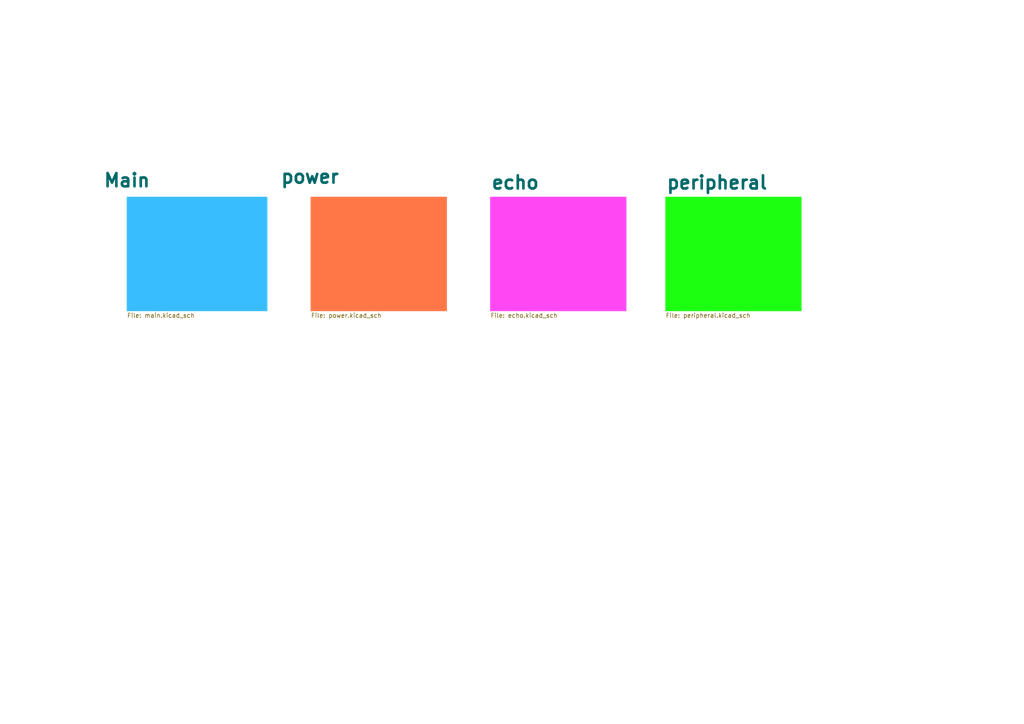
<source format=kicad_sch>
(kicad_sch
	(version 20250114)
	(generator "eeschema")
	(generator_version "9.0")
	(uuid "96957c16-d638-43df-9870-caf73854fdd7")
	(paper "A4")
	(title_block
		(title "EchoX ")
		(rev "0.1")
		(company "Dinh Quang Son")
	)
	(lib_symbols)
	(sheet
		(at 193.04 57.15)
		(size 39.37 33.02)
		(exclude_from_sim no)
		(in_bom yes)
		(on_board yes)
		(dnp no)
		(fields_autoplaced yes)
		(stroke
			(width 0.1524)
			(type solid)
			(color 27 255 17 1)
		)
		(fill
			(color 27 255 17 1.0000)
		)
		(uuid "414f823e-3593-4905-9fc9-161f67d14a8e")
		(property "Sheetname" "peripheral"
			(at 193.04 55.1684 0)
			(effects
				(font
					(size 3.81 3.81)
					(thickness 0.762)
					(bold yes)
				)
				(justify left bottom)
			)
		)
		(property "Sheetfile" "peripheral.kicad_sch"
			(at 193.04 90.7546 0)
			(effects
				(font
					(size 1.27 1.27)
				)
				(justify left top)
			)
		)
		(instances
			(project "EchoX"
				(path "/96957c16-d638-43df-9870-caf73854fdd7"
					(page "5")
				)
			)
		)
	)
	(sheet
		(at 142.24 57.15)
		(size 39.37 33.02)
		(exclude_from_sim no)
		(in_bom yes)
		(on_board yes)
		(dnp no)
		(fields_autoplaced yes)
		(stroke
			(width 0.1524)
			(type solid)
			(color 255 71 244 1)
		)
		(fill
			(color 255 71 244 1.0000)
		)
		(uuid "439e7048-1cec-405d-acfc-9b704bb69744")
		(property "Sheetname" "echo"
			(at 142.24 55.1684 0)
			(effects
				(font
					(size 3.81 3.81)
					(thickness 0.762)
					(bold yes)
				)
				(justify left bottom)
			)
		)
		(property "Sheetfile" "echo.kicad_sch"
			(at 142.24 90.7546 0)
			(effects
				(font
					(size 1.27 1.27)
				)
				(justify left top)
			)
		)
		(instances
			(project "EchoX"
				(path "/96957c16-d638-43df-9870-caf73854fdd7"
					(page "4")
				)
			)
		)
	)
	(sheet
		(at 90.17 57.15)
		(size 39.37 33.02)
		(exclude_from_sim no)
		(in_bom yes)
		(on_board yes)
		(dnp no)
		(stroke
			(width 0.1524)
			(type solid)
			(color 255 118 71 1)
		)
		(fill
			(color 255 118 71 1.0000)
		)
		(uuid "85efc3eb-178c-4e69-b35a-4e8cddc4ca51")
		(property "Sheetname" "power"
			(at 89.916 49.022 0)
			(effects
				(font
					(size 3.81 3.81)
					(thickness 0.762)
					(bold yes)
				)
				(justify top)
			)
		)
		(property "Sheetfile" "power.kicad_sch"
			(at 90.17 90.7546 0)
			(effects
				(font
					(size 1.27 1.27)
				)
				(justify left top)
			)
		)
		(instances
			(project "EchoX"
				(path "/96957c16-d638-43df-9870-caf73854fdd7"
					(page "3")
				)
			)
		)
	)
	(sheet
		(at 36.83 57.15)
		(size 40.64 33.02)
		(exclude_from_sim no)
		(in_bom yes)
		(on_board yes)
		(dnp no)
		(stroke
			(width 0.1524)
			(type solid)
			(color 56 189 255 1)
		)
		(fill
			(color 56 189 255 1.0000)
		)
		(uuid "862661d3-b963-4b05-8db9-3dcdd10f912d")
		(property "Sheetname" "Main"
			(at 36.83 54.5334 0)
			(effects
				(font
					(size 3.81 3.81)
					(thickness 0.762)
					(bold yes)
				)
				(justify bottom)
			)
		)
		(property "Sheetfile" "main.kicad_sch"
			(at 36.83 90.7546 0)
			(effects
				(font
					(size 1.27 1.27)
				)
				(justify left top)
			)
		)
		(instances
			(project "EchoX"
				(path "/96957c16-d638-43df-9870-caf73854fdd7"
					(page "2")
				)
			)
		)
	)
	(sheet_instances
		(path "/"
			(page "1")
		)
	)
	(embedded_fonts no)
)

</source>
